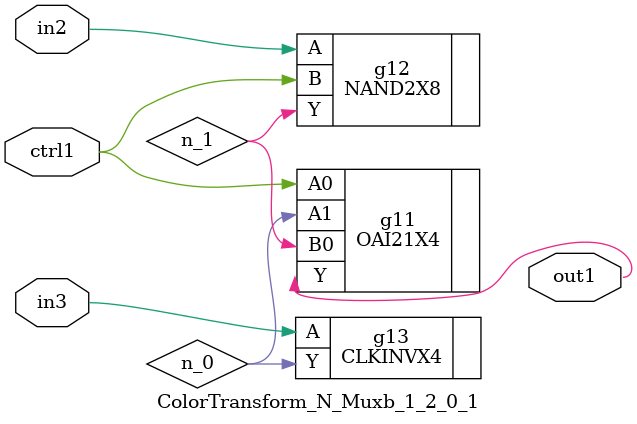
<source format=v>
`timescale 1ps / 1ps


module ColorTransform_N_Muxb_1_2_0_1(in3, in2, ctrl1, out1);
  input in3, in2, ctrl1;
  output out1;
  wire in3, in2, ctrl1;
  wire out1;
  wire n_0, n_1;
  OAI21X4 g11(.A0 (ctrl1), .A1 (n_0), .B0 (n_1), .Y (out1));
  NAND2X8 g12(.A (in2), .B (ctrl1), .Y (n_1));
  CLKINVX4 g13(.A (in3), .Y (n_0));
endmodule



</source>
